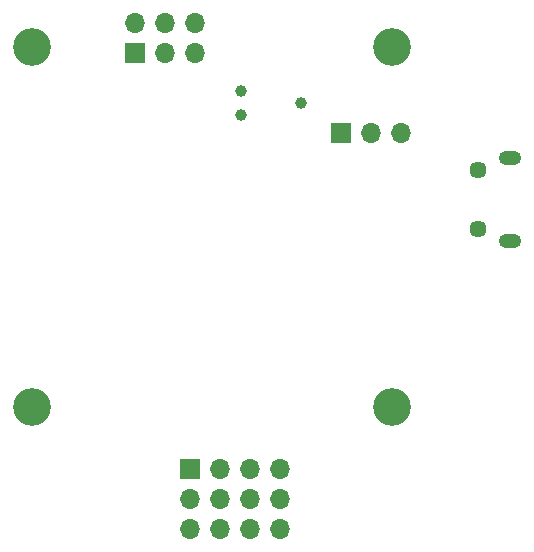
<source format=gbr>
%TF.GenerationSoftware,KiCad,Pcbnew,(6.0.9)*%
%TF.CreationDate,2022-11-01T00:51:48+09:00*%
%TF.ProjectId,STM32-FC,53544d33-322d-4464-932e-6b696361645f,rev?*%
%TF.SameCoordinates,Original*%
%TF.FileFunction,Soldermask,Bot*%
%TF.FilePolarity,Negative*%
%FSLAX46Y46*%
G04 Gerber Fmt 4.6, Leading zero omitted, Abs format (unit mm)*
G04 Created by KiCad (PCBNEW (6.0.9)) date 2022-11-01 00:51:48*
%MOMM*%
%LPD*%
G01*
G04 APERTURE LIST*
%ADD10R,1.700000X1.700000*%
%ADD11O,1.700000X1.700000*%
%ADD12C,3.200000*%
%ADD13C,1.450000*%
%ADD14O,1.900000X1.200000*%
%ADD15C,0.990600*%
G04 APERTURE END LIST*
D10*
%TO.C,J3*%
X143475000Y-85275000D03*
D11*
X143475000Y-82735000D03*
X146015000Y-85275000D03*
X146015000Y-82735000D03*
X148555000Y-85275000D03*
X148555000Y-82735000D03*
%TD*%
D12*
%TO.C,H2*%
X165250000Y-84750000D03*
%TD*%
D13*
%TO.C,J1*%
X172537500Y-95150000D03*
D14*
X175237500Y-101150000D03*
D13*
X172537500Y-100150000D03*
D14*
X175237500Y-94150000D03*
%TD*%
D12*
%TO.C,H3*%
X134750000Y-115250000D03*
%TD*%
%TO.C,H1*%
X134750000Y-84750000D03*
%TD*%
D10*
%TO.C,J4*%
X148190000Y-120460000D03*
D11*
X150730000Y-120460000D03*
X153270000Y-120460000D03*
X155810000Y-120460000D03*
X150730000Y-123000000D03*
X148190000Y-123000000D03*
X153270000Y-123000000D03*
X155810000Y-123000000D03*
X150730000Y-125540000D03*
X155810000Y-125540000D03*
X148190000Y-125540000D03*
X153270000Y-125540000D03*
%TD*%
D12*
%TO.C,H4*%
X165250000Y-115250000D03*
%TD*%
D10*
%TO.C,J2*%
X160975000Y-92000000D03*
D11*
X163515000Y-92000000D03*
X166055000Y-92000000D03*
%TD*%
D15*
%TO.C,J5*%
X157540000Y-89500000D03*
X152460000Y-90516000D03*
X152460000Y-88484000D03*
%TD*%
M02*

</source>
